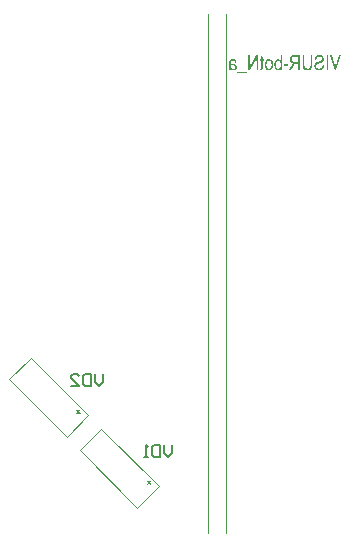
<source format=gbo>
G04*
G04 #@! TF.GenerationSoftware,Altium Limited,Altium Designer,20.1.8 (145)*
G04*
G04 Layer_Color=32896*
%FSTAX43Y43*%
%MOMM*%
G71*
G04*
G04 #@! TF.SameCoordinates,A8A15C78-E013-4D0F-9F8A-AB315E05CE4F*
G04*
G04*
G04 #@! TF.FilePolarity,Positive*
G04*
G01*
G75*
%ADD26C,0.100*%
%ADD27C,0.200*%
G36*
X01005Y009222D02*
X0100382D01*
Y0092335D01*
X0100367Y0092311D01*
X0100352Y0092291D01*
X0100337Y0092272D01*
X0100322Y0092259D01*
X0100311Y0092248D01*
X0100302Y0092239D01*
X0100295Y0092235D01*
X0100293Y0092233D01*
X0100272Y0092222D01*
X0100252Y0092215D01*
X0100232Y0092207D01*
X0100213Y0092204D01*
X0100198Y0092202D01*
X0100185Y00922D01*
X0100174D01*
X010015Y0092202D01*
X0100128Y0092206D01*
X0100106Y0092211D01*
X0100083Y009222D01*
X0100045Y0092241D01*
X0100011Y0092263D01*
X0099983Y0092287D01*
X0099972Y0092296D01*
X0099963Y0092306D01*
X0099956Y0092315D01*
X009995Y009232D01*
X0099948Y0092324D01*
X0099946Y0092326D01*
X009993Y009235D01*
X0099913Y0092378D01*
X00999Y0092406D01*
X0099889Y0092435D01*
X0099872Y0092494D01*
X0099861Y0092554D01*
X0099856Y009258D01*
X0099854Y0092605D01*
X0099852Y0092628D01*
X009985Y0092646D01*
X0099848Y0092663D01*
Y0092674D01*
Y0092683D01*
Y0092685D01*
X009985Y0092741D01*
X0099856Y0092791D01*
X0099863Y0092833D01*
X009987Y0092872D01*
X0099874Y0092889D01*
X0099878Y0092902D01*
X0099882Y0092915D01*
X0099885Y0092926D01*
X0099889Y0092933D01*
X0099891Y0092939D01*
X0099893Y0092942D01*
Y0092944D01*
X0099909Y0092981D01*
X0099928Y0093015D01*
X0099948Y0093042D01*
X0099967Y0093065D01*
X0099982Y0093081D01*
X0099996Y0093094D01*
X0100004Y0093102D01*
X0100007Y0093104D01*
X0100035Y0093122D01*
X0100063Y0093135D01*
X0100089Y0093144D01*
X0100115Y009315D01*
X0100135Y0093155D01*
X0100152Y0093157D01*
X0100167D01*
X0100189Y0093155D01*
X0100211Y0093152D01*
X0100232Y0093148D01*
X0100248Y0093142D01*
X0100261Y0093135D01*
X0100272Y0093131D01*
X010028Y0093128D01*
X0100282Y0093126D01*
X01003Y0093113D01*
X0100317Y0093098D01*
X0100333Y0093083D01*
X0100346Y0093068D01*
X0100357Y0093054D01*
X0100365Y0093042D01*
X010037Y0093035D01*
X0100372Y0093033D01*
Y0093485D01*
X01005D01*
Y009222D01*
D02*
G37*
G36*
X0096369Y0093154D02*
X0096415Y0093146D01*
X0096456Y0093135D01*
X0096489Y0093124D01*
X0096515Y0093111D01*
X0096534Y00931D01*
X0096539Y0093094D01*
X0096545Y0093092D01*
X0096547Y0093089D01*
X0096549D01*
X0096563Y0093076D01*
X0096576Y0093061D01*
X00966Y0093028D01*
X0096619Y0092992D01*
X0096632Y0092957D01*
X0096643Y0092926D01*
X0096647Y0092911D01*
X009665Y00929D01*
X0096652Y0092891D01*
X0096654Y0092881D01*
X0096656Y0092878D01*
Y0092876D01*
X009653Y0092854D01*
X0096521Y0092889D01*
X0096512Y0092918D01*
X00965Y0092942D01*
X0096491Y0092961D01*
X0096482Y0092976D01*
X0096475Y0092985D01*
X0096469Y0092991D01*
X0096467Y0092992D01*
X0096449Y0093005D01*
X0096428Y0093015D01*
X0096406Y009302D01*
X0096384Y0093026D01*
X0096363Y0093028D01*
X0096349Y009303D01*
X0096334D01*
X0096299Y0093028D01*
X0096269Y009302D01*
X0096245Y0093013D01*
X0096225Y0093002D01*
X009621Y0092992D01*
X0096199Y0092983D01*
X0096191Y0092976D01*
X0096189Y0092974D01*
X0096178Y0092957D01*
X0096169Y0092937D01*
X0096163Y0092915D01*
X0096158Y0092893D01*
X0096156Y0092872D01*
X0096154Y0092855D01*
Y0092844D01*
Y0092842D01*
Y0092841D01*
X0096156Y0092802D01*
X0096171Y0092796D01*
X0096186Y0092791D01*
X0096223Y009278D01*
X009626Y009277D01*
X0096297Y0092761D01*
X009633Y0092755D01*
X0096345Y0092752D01*
X0096358Y009275D01*
X0096369Y0092748D01*
X0096376D01*
X0096382Y0092746D01*
X0096384D01*
X0096425Y0092739D01*
X009646Y0092731D01*
X0096489Y0092722D01*
X0096515Y0092715D01*
X0096534Y0092707D01*
X0096547Y00927D01*
X0096556Y0092696D01*
X0096558Y0092694D01*
X0096578Y0092681D01*
X0096595Y0092665D01*
X009661Y009265D01*
X0096623Y0092635D01*
X0096634Y009262D01*
X0096641Y0092609D01*
X0096645Y0092602D01*
X0096647Y00926D01*
X0096658Y0092576D01*
X0096665Y0092552D01*
X0096671Y0092528D01*
X0096675Y0092507D01*
X0096676Y0092487D01*
X0096678Y0092472D01*
Y0092463D01*
Y0092461D01*
Y0092459D01*
X0096675Y0092417D01*
X0096667Y009238D01*
X0096656Y0092348D01*
X0096643Y009232D01*
X0096632Y0092298D01*
X0096621Y0092283D01*
X0096613Y0092274D01*
X009661Y009227D01*
X0096582Y0092246D01*
X009655Y009223D01*
X0096519Y0092217D01*
X0096489Y0092209D01*
X0096463Y0092204D01*
X0096441Y0092202D01*
X0096434Y00922D01*
X0096423D01*
X0096395Y0092202D01*
X0096369Y0092206D01*
X0096345Y0092211D01*
X0096323Y0092217D01*
X0096306Y0092222D01*
X0096291Y0092228D01*
X0096284Y0092231D01*
X009628Y0092233D01*
X0096254Y0092248D01*
X009623Y0092263D01*
X0096206Y009228D01*
X0096186Y0092296D01*
X0096169Y0092311D01*
X0096156Y0092322D01*
X0096149Y009233D01*
X0096145Y0092333D01*
X0096143Y0092309D01*
X0096139Y0092287D01*
X0096134Y0092268D01*
X009613Y0092252D01*
X0096126Y0092239D01*
X0096123Y009223D01*
X0096119Y0092222D01*
Y009222D01*
X0095986D01*
X0096002Y0092259D01*
X0096008Y0092278D01*
X0096012Y0092294D01*
X0096015Y0092307D01*
X0096017Y0092318D01*
X0096019Y0092326D01*
Y0092328D01*
X0096021Y0092341D01*
Y0092356D01*
X0096023Y0092374D01*
Y0092394D01*
X0096025Y0092441D01*
Y0092487D01*
X0096026Y0092531D01*
Y0092552D01*
Y0092568D01*
Y0092583D01*
Y0092594D01*
Y0092602D01*
Y0092604D01*
Y0092811D01*
Y0092855D01*
X009603Y0092894D01*
X0096032Y0092928D01*
X0096036Y0092954D01*
X0096039Y0092974D01*
X0096041Y0092991D01*
X0096045Y0092998D01*
Y0093002D01*
X0096054Y0093026D01*
X0096065Y0093048D01*
X009608Y0093067D01*
X0096095Y0093083D01*
X0096108Y0093096D01*
X0096119Y0093105D01*
X0096126Y0093111D01*
X009613Y0093113D01*
X0096158Y0093128D01*
X0096188Y0093139D01*
X0096217Y0093146D01*
X0096247Y0093152D01*
X0096275Y0093155D01*
X0096295Y0093157D01*
X0096315D01*
X0096369Y0093154D01*
D02*
G37*
G36*
X010103Y00926D02*
X0100639D01*
Y0092755D01*
X010103D01*
Y00926D01*
D02*
G37*
G36*
X0098472Y009222D02*
X0098341D01*
Y0093215D01*
X0097798Y009222D01*
X0097656D01*
Y0093485D01*
X0097787D01*
Y0092487D01*
X0098334Y0093485D01*
X0098472D01*
Y009222D01*
D02*
G37*
G36*
X0105098D02*
X0104955D01*
X010455Y0093485D01*
X0104688D01*
X010497Y0092565D01*
X0104981Y0092526D01*
X0104992Y0092489D01*
X0105001Y0092456D01*
X0105009Y0092424D01*
X0105016Y0092398D01*
X0105022Y0092378D01*
X0105024Y009237D01*
Y0092365D01*
X0105025Y0092361D01*
Y0092359D01*
X0105035Y0092396D01*
X0105044Y0092433D01*
X0105053Y0092468D01*
X0105061Y00925D01*
X0105068Y0092526D01*
X0105074Y0092546D01*
X0105075Y0092554D01*
X0105077Y0092559D01*
X0105079Y0092563D01*
Y0092565D01*
X010535Y0093485D01*
X01055D01*
X0105098Y009222D01*
D02*
G37*
G36*
X0103057Y0092754D02*
X0103055Y0092698D01*
X0103053Y0092646D01*
X0103048Y00926D01*
X0103042Y0092555D01*
X0103033Y0092517D01*
X0103026Y0092481D01*
X0103016Y009245D01*
X0103007Y0092422D01*
X0102998Y0092398D01*
X0102989Y0092378D01*
X0102979Y0092359D01*
X0102972Y0092346D01*
X0102966Y0092335D01*
X0102961Y0092328D01*
X0102959Y0092324D01*
X0102957Y0092322D01*
X0102937Y00923D01*
X0102915Y0092281D01*
X0102891Y0092265D01*
X0102866Y0092252D01*
X0102841Y0092239D01*
X0102815Y009223D01*
X0102765Y0092215D01*
X0102742Y0092211D01*
X010272Y0092207D01*
X01027Y0092204D01*
X0102683Y0092202D01*
X010267Y00922D01*
X010265D01*
X0102598Y0092204D01*
X0102552Y0092211D01*
X0102511Y009222D01*
X0102476Y0092233D01*
X0102448Y0092246D01*
X0102437Y0092252D01*
X0102428Y0092256D01*
X010242Y0092261D01*
X0102415Y0092263D01*
X0102413Y0092267D01*
X0102411D01*
X0102378Y0092294D01*
X0102352Y0092324D01*
X0102328Y0092356D01*
X0102311Y0092385D01*
X0102298Y0092411D01*
X0102289Y0092433D01*
X0102285Y0092441D01*
X0102283Y0092446D01*
X0102281Y009245D01*
Y0092452D01*
X0102268Y0092498D01*
X0102259Y009255D01*
X0102254Y00926D01*
X0102248Y0092648D01*
Y0092668D01*
X0102246Y0092689D01*
Y0092707D01*
X0102244Y0092724D01*
Y0092735D01*
Y0092746D01*
Y0092752D01*
Y0092754D01*
Y0093485D01*
X0102381D01*
Y0092755D01*
Y0092713D01*
X0102385Y0092674D01*
X0102387Y0092637D01*
X0102392Y0092604D01*
X0102396Y0092576D01*
X0102402Y0092548D01*
X0102409Y0092526D01*
X0102415Y0092506D01*
X010242Y0092487D01*
X0102428Y0092472D01*
X0102433Y0092459D01*
X0102437Y009245D01*
X0102442Y0092443D01*
X0102444Y0092437D01*
X0102448Y0092435D01*
Y0092433D01*
X0102461Y0092418D01*
X0102476Y0092407D01*
X0102509Y0092387D01*
X0102544Y0092372D01*
X0102578Y0092363D01*
X0102609Y0092356D01*
X0102624Y0092354D01*
X0102635D01*
X0102646Y0092352D01*
X0102659D01*
X0102691Y0092354D01*
X0102718Y0092357D01*
X0102744Y0092365D01*
X0102766Y0092372D01*
X0102783Y0092378D01*
X0102796Y0092385D01*
X0102803Y0092389D01*
X0102807Y0092391D01*
X0102828Y0092407D01*
X0102846Y0092426D01*
X0102861Y0092446D01*
X0102874Y0092465D01*
X0102883Y0092481D01*
X0102889Y0092494D01*
X0102892Y0092504D01*
X0102894Y0092507D01*
X0102898Y0092522D01*
X0102903Y0092541D01*
X0102909Y009258D01*
X0102915Y009262D01*
X0102916Y0092661D01*
X0102918Y0092698D01*
X010292Y0092713D01*
Y0092728D01*
Y0092739D01*
Y0092748D01*
Y0092754D01*
Y0092755D01*
Y0093485D01*
X0103057D01*
Y0092754D01*
D02*
G37*
G36*
X0098861Y0093365D02*
Y0093137D01*
X0098954D01*
Y0093017D01*
X0098861D01*
Y0092487D01*
Y0092463D01*
Y0092441D01*
X0098859Y0092418D01*
Y00924D01*
X0098858Y0092383D01*
X0098856Y0092368D01*
X0098854Y0092344D01*
X009885Y0092326D01*
X0098848Y0092313D01*
X0098846Y0092306D01*
Y0092304D01*
X0098839Y0092289D01*
X0098832Y0092274D01*
X0098822Y0092261D01*
X0098813Y0092252D01*
X0098806Y0092244D01*
X0098798Y0092239D01*
X0098795Y0092235D01*
X0098793Y0092233D01*
X0098776Y0092224D01*
X0098759Y0092218D01*
X0098741Y0092213D01*
X0098724Y0092211D01*
X0098709Y0092209D01*
X0098697Y0092207D01*
X0098685D01*
X0098654Y0092209D01*
X0098637Y0092211D01*
X0098622Y0092215D01*
X0098609Y0092217D01*
X00986Y0092218D01*
X0098593Y009222D01*
X0098591D01*
X0098608Y0092357D01*
X0098632Y0092354D01*
X009865Y0092352D01*
X0098665D01*
X009868Y0092354D01*
X0098693Y0092357D01*
X0098704Y0092361D01*
X0098711Y0092367D01*
X0098717Y0092372D01*
X0098721Y0092378D01*
X0098724Y009238D01*
Y0092381D01*
X0098728Y0092393D01*
X009873Y0092406D01*
X0098734Y0092422D01*
Y0092439D01*
X0098735Y0092454D01*
Y0092467D01*
Y0092474D01*
Y0092478D01*
Y0093017D01*
X0098608D01*
Y0093137D01*
X0098735D01*
Y0093457D01*
X0098861Y0093365D01*
D02*
G37*
G36*
X01044Y009222D02*
X0104263D01*
Y0093485D01*
X01044D01*
Y009222D01*
D02*
G37*
G36*
X0102011D02*
X0101874D01*
Y0092781D01*
X0101692D01*
X010167Y0092778D01*
X0101652Y0092776D01*
X0101637Y0092772D01*
X0101626Y0092768D01*
X0101617Y0092765D01*
X0101611Y0092763D01*
X0101609Y0092761D01*
X0101594Y0092752D01*
X010158Y0092743D01*
X0101555Y0092718D01*
X0101544Y0092707D01*
X0101537Y0092698D01*
X0101531Y0092691D01*
X010153Y0092689D01*
X0101522Y0092678D01*
X0101513Y0092665D01*
X0101494Y0092635D01*
X0101474Y00926D01*
X0101454Y0092567D01*
X0101437Y0092533D01*
X010143Y0092518D01*
X0101422Y0092507D01*
X0101417Y0092496D01*
X0101413Y0092489D01*
X0101409Y0092483D01*
Y0092481D01*
X010127Y009222D01*
X0101096D01*
X0101278Y0092563D01*
X0101296Y0092596D01*
X0101315Y0092626D01*
X0101333Y0092654D01*
X010135Y0092678D01*
X0101365Y0092696D01*
X0101376Y0092711D01*
X0101383Y009272D01*
X0101387Y0092724D01*
X01014Y0092737D01*
X0101413Y009275D01*
X0101441Y0092772D01*
X0101454Y0092781D01*
X0101463Y0092789D01*
X010147Y0092793D01*
X0101472Y0092794D01*
X0101422Y0092805D01*
X010138Y0092822D01*
X0101343Y0092841D01*
X0101311Y0092859D01*
X0101289Y0092878D01*
X010127Y0092893D01*
X0101261Y0092904D01*
X0101257Y0092905D01*
Y0092907D01*
X0101231Y0092942D01*
X0101213Y0092981D01*
X01012Y009302D01*
X0101191Y0093057D01*
X0101185Y0093089D01*
X0101183Y0093104D01*
Y0093115D01*
X0101181Y0093126D01*
Y0093133D01*
Y0093137D01*
Y0093139D01*
X0101183Y0093178D01*
X0101189Y0093215D01*
X0101196Y0093248D01*
X0101204Y0093276D01*
X0101211Y0093298D01*
X0101218Y0093315D01*
X0101224Y0093326D01*
X0101226Y0093329D01*
X0101243Y0093359D01*
X0101263Y0093383D01*
X0101281Y0093404D01*
X0101298Y009342D01*
X0101315Y0093433D01*
X0101328Y0093441D01*
X0101335Y0093446D01*
X0101339Y0093448D01*
X0101368Y0093461D01*
X0101402Y009347D01*
X0101437Y0093476D01*
X010147Y0093481D01*
X0101502Y0093483D01*
X0101517D01*
X0101528Y0093485D01*
X0102011D01*
Y009222D01*
D02*
G37*
G36*
X0103696Y0093505D02*
X0103724Y0093504D01*
X0103777Y0093492D01*
X0103802Y0093485D01*
X0103824Y0093476D01*
X0103844Y0093467D01*
X0103863Y0093459D01*
X0103877Y009345D01*
X0103892Y0093441D01*
X0103905Y0093431D01*
X0103914Y0093424D01*
X0103922Y0093418D01*
X0103927Y0093413D01*
X0103931Y0093411D01*
X0103933Y0093409D01*
X010395Y0093391D01*
X0103964Y009337D01*
X0103979Y009335D01*
X010399Y0093329D01*
X0104007Y0093287D01*
X0104018Y0093248D01*
X0104026Y0093213D01*
X0104027Y0093198D01*
X0104029Y0093185D01*
X0104031Y0093174D01*
Y0093167D01*
Y0093161D01*
Y0093159D01*
X0104029Y0093128D01*
X0104026Y0093098D01*
X010402Y0093072D01*
X0104014Y0093048D01*
X0104009Y009303D01*
X0104003Y0093017D01*
X0104Y0093007D01*
X0103998Y0093004D01*
X0103983Y009298D01*
X0103968Y0092957D01*
X0103952Y0092939D01*
X0103937Y0092924D01*
X0103922Y0092911D01*
X0103911Y00929D01*
X0103903Y0092894D01*
X0103902Y0092893D01*
X0103889Y0092885D01*
X0103874Y0092876D01*
X0103842Y0092861D01*
X0103807Y0092846D01*
X0103774Y0092833D01*
X0103742Y0092822D01*
X0103727Y0092817D01*
X0103716Y0092813D01*
X0103705Y0092809D01*
X0103698Y0092807D01*
X0103694Y0092805D01*
X0103692D01*
X0103663Y0092796D01*
X0103635Y0092789D01*
X0103611Y0092781D01*
X0103589Y0092774D01*
X010357Y0092767D01*
X0103552Y0092761D01*
X0103537Y0092755D01*
X0103524Y009275D01*
X0103511Y0092744D01*
X0103502Y0092741D01*
X0103489Y0092735D01*
X0103479Y0092731D01*
X0103478Y009273D01*
X0103459Y0092718D01*
X0103444Y0092707D01*
X0103431Y0092696D01*
X0103422Y0092685D01*
X0103415Y0092676D01*
X0103407Y0092668D01*
X0103405Y0092663D01*
X0103403Y0092661D01*
X0103394Y0092644D01*
X0103389Y009263D01*
X0103383Y0092613D01*
X0103381Y0092598D01*
X0103379Y0092585D01*
X0103378Y0092574D01*
Y0092567D01*
Y0092565D01*
X0103381Y0092531D01*
X0103389Y0092502D01*
X01034Y0092474D01*
X0103411Y0092452D01*
X0103424Y0092435D01*
X0103435Y0092422D01*
X0103442Y0092415D01*
X0103446Y0092411D01*
X0103474Y0092391D01*
X0103505Y0092378D01*
X0103537Y0092367D01*
X0103566Y0092359D01*
X0103594Y0092356D01*
X0103616Y0092354D01*
X0103626Y0092352D01*
X0103637D01*
X0103668Y0092354D01*
X0103696Y0092357D01*
X0103722Y0092363D01*
X0103746Y009237D01*
X0103765Y0092376D01*
X0103777Y0092381D01*
X0103787Y0092385D01*
X010379Y0092387D01*
X0103815Y0092402D01*
X0103835Y0092417D01*
X0103853Y0092431D01*
X0103868Y0092446D01*
X0103881Y0092459D01*
X0103889Y009247D01*
X0103894Y0092478D01*
X0103896Y009248D01*
X0103909Y0092504D01*
X0103918Y009253D01*
X0103927Y0092555D01*
X0103933Y0092583D01*
X0103937Y0092605D01*
X010394Y0092626D01*
Y0092633D01*
X0103942Y0092639D01*
Y0092641D01*
Y0092643D01*
X010407Y009263D01*
X0104068Y0092593D01*
X0104064Y0092559D01*
X0104057Y0092528D01*
X010405Y0092496D01*
X010404Y0092468D01*
X0104031Y0092443D01*
X0104022Y0092418D01*
X0104011Y0092398D01*
X0104Y009238D01*
X0103989Y0092363D01*
X0103979Y0092348D01*
X0103972Y0092337D01*
X0103964Y0092328D01*
X0103959Y009232D01*
X0103955Y0092317D01*
X0103953Y0092315D01*
X0103931Y0092294D01*
X0103907Y0092278D01*
X0103883Y0092261D01*
X0103857Y0092248D01*
X0103831Y0092237D01*
X0103805Y0092228D01*
X0103757Y0092215D01*
X0103733Y0092209D01*
X0103713Y0092206D01*
X0103694Y0092204D01*
X0103677Y0092202D01*
X0103665Y00922D01*
X0103646D01*
X0103602Y0092202D01*
X0103561Y0092207D01*
X0103524Y0092215D01*
X0103494Y0092224D01*
X0103468Y0092231D01*
X010345Y0092239D01*
X0103444Y0092243D01*
X0103439Y0092244D01*
X0103437Y0092246D01*
X0103435D01*
X0103403Y0092265D01*
X0103376Y0092287D01*
X0103352Y0092309D01*
X0103331Y0092331D01*
X0103316Y0092352D01*
X0103305Y0092367D01*
X0103298Y0092378D01*
X0103296Y009238D01*
Y0092381D01*
X0103279Y0092415D01*
X0103266Y009245D01*
X0103257Y0092483D01*
X010325Y0092515D01*
X0103246Y0092541D01*
X0103244Y0092561D01*
Y0092568D01*
Y0092574D01*
Y0092578D01*
Y009258D01*
X0103246Y0092618D01*
X0103252Y0092655D01*
X0103261Y0092687D01*
X0103268Y0092715D01*
X0103278Y0092737D01*
X0103287Y0092754D01*
X0103292Y0092763D01*
X0103294Y0092767D01*
X0103315Y0092794D01*
X0103337Y009282D01*
X0103361Y0092842D01*
X0103383Y0092861D01*
X0103403Y0092876D01*
X0103422Y0092885D01*
X0103433Y0092893D01*
X0103435Y0092894D01*
X0103437D01*
X010345Y00929D01*
X0103465Y0092907D01*
X0103498Y0092918D01*
X0103533Y0092931D01*
X0103568Y0092942D01*
X0103602Y0092954D01*
X0103616Y0092957D01*
X0103627Y0092961D01*
X0103639Y0092965D01*
X0103646Y0092967D01*
X0103652Y0092968D01*
X0103653D01*
X0103681Y0092976D01*
X0103707Y0092985D01*
X0103731Y0092992D01*
X0103752Y0093D01*
X010377Y0093007D01*
X0103787Y0093015D01*
X0103802Y009302D01*
X0103813Y0093028D01*
X0103833Y0093039D01*
X0103846Y0093046D01*
X0103853Y0093052D01*
X0103855Y0093054D01*
X010387Y009307D01*
X0103881Y0093091D01*
X0103889Y0093109D01*
X0103894Y009313D01*
X0103898Y0093146D01*
X01039Y0093159D01*
Y0093168D01*
Y0093172D01*
X0103898Y0093202D01*
X010389Y0093228D01*
X0103881Y009325D01*
X0103868Y009327D01*
X0103857Y0093285D01*
X0103848Y0093296D01*
X010384Y0093304D01*
X0103839Y0093305D01*
X0103813Y0093324D01*
X0103785Y0093337D01*
X0103755Y0093346D01*
X0103727Y0093352D01*
X0103702Y0093357D01*
X0103679Y0093359D01*
X0103661D01*
X010362Y0093357D01*
X0103585Y009335D01*
X0103553Y0093341D01*
X0103529Y0093329D01*
X0103509Y0093317D01*
X0103494Y0093307D01*
X0103487Y00933D01*
X0103483Y0093298D01*
X0103461Y0093274D01*
X0103444Y0093244D01*
X0103431Y0093215D01*
X010342Y0093185D01*
X0103415Y0093159D01*
X0103409Y0093137D01*
Y0093128D01*
X0103407Y0093122D01*
Y0093118D01*
Y0093117D01*
X0103276Y009313D01*
X0103279Y009317D01*
X0103285Y0093209D01*
X0103294Y0093242D01*
X0103303Y0093272D01*
X0103313Y0093296D01*
X010332Y0093315D01*
X0103326Y0093326D01*
X0103328Y0093328D01*
Y0093329D01*
X0103348Y0093359D01*
X0103368Y0093387D01*
X010339Y0093409D01*
X0103413Y0093428D01*
X0103433Y0093442D01*
X0103448Y0093452D01*
X0103459Y0093459D01*
X0103461Y0093461D01*
X0103463D01*
X0103496Y0093476D01*
X0103531Y0093487D01*
X0103565Y0093496D01*
X0103596Y0093502D01*
X0103624Y0093505D01*
X0103635D01*
X0103646Y0093507D01*
X0103665D01*
X0103696Y0093505D01*
D02*
G37*
G36*
X0099419Y0093155D02*
X0099446Y0093152D01*
X0099471Y0093146D01*
X0099495Y0093139D01*
X0099539Y0093118D01*
X0099576Y0093096D01*
X0099591Y0093085D01*
X0099606Y0093074D01*
X0099617Y0093063D01*
X0099626Y0093054D01*
X0099633Y0093046D01*
X0099639Y0093041D01*
X0099643Y0093037D01*
X0099645Y0093035D01*
X0099661Y0093011D01*
X0099676Y0092985D01*
X0099691Y0092957D01*
X0099702Y0092928D01*
X0099719Y0092868D01*
X009973Y0092811D01*
X0099735Y0092785D01*
X0099737Y0092759D01*
X0099739Y0092737D01*
X0099741Y0092717D01*
X0099743Y00927D01*
Y0092689D01*
Y009268D01*
Y0092678D01*
X0099741Y0092635D01*
X0099739Y0092594D01*
X0099733Y0092557D01*
X0099728Y0092522D01*
X0099719Y0092491D01*
X0099711Y0092461D01*
X0099702Y0092433D01*
X0099693Y0092411D01*
X0099683Y0092389D01*
X0099674Y009237D01*
X0099665Y0092356D01*
X0099658Y0092343D01*
X0099652Y0092333D01*
X0099646Y0092326D01*
X0099645Y0092322D01*
X0099643Y009232D01*
X0099624Y00923D01*
X0099604Y0092281D01*
X0099582Y0092265D01*
X0099561Y009225D01*
X0099539Y0092239D01*
X0099519Y009223D01*
X009948Y0092215D01*
X0099445Y0092206D01*
X009943Y0092204D01*
X0099417Y0092202D01*
X0099406Y00922D01*
X0099391D01*
X0099363Y0092202D01*
X0099337Y0092206D01*
X0099311Y0092211D01*
X0099287Y0092218D01*
X0099245Y0092239D01*
X0099208Y0092261D01*
X0099193Y0092272D01*
X0099178Y0092281D01*
X0099167Y0092293D01*
X0099158Y0092302D01*
X0099148Y0092309D01*
X0099143Y0092315D01*
X0099141Y0092318D01*
X0099139Y009232D01*
X0099121Y0092344D01*
X0099106Y009237D01*
X0099093Y0092398D01*
X0099082Y0092428D01*
X0099063Y0092489D01*
X0099052Y0092548D01*
X0099046Y0092576D01*
X0099045Y0092604D01*
X0099043Y0092626D01*
X0099041Y0092646D01*
X0099039Y0092663D01*
Y0092676D01*
Y0092685D01*
Y0092687D01*
X0099041Y0092728D01*
X0099043Y0092767D01*
X0099048Y0092804D01*
X0099056Y0092837D01*
X0099063Y0092868D01*
X0099071Y0092898D01*
X009908Y0092924D01*
X0099089Y0092946D01*
X00991Y0092967D01*
X0099109Y0092985D01*
X0099117Y0093D01*
X0099124Y0093013D01*
X0099132Y0093022D01*
X0099137Y009303D01*
X0099139Y0093033D01*
X0099141Y0093035D01*
X0099159Y0093057D01*
X009918Y0093076D01*
X00992Y0093092D01*
X0099222Y0093105D01*
X0099243Y0093118D01*
X0099263Y0093128D01*
X0099304Y0093142D01*
X0099337Y0093152D01*
X0099354Y0093154D01*
X0099365Y0093155D01*
X0099376Y0093157D01*
X0099391D01*
X0099419Y0093155D01*
D02*
G37*
G36*
X0097545Y0092D02*
X0096721D01*
Y0092089D01*
X0097545D01*
Y0092D01*
D02*
G37*
G36*
X0083238Y0063388D02*
X0083355Y0063505D01*
X0083434Y0063426D01*
X0083317Y0063308D01*
X0083435Y006319D01*
X0083354Y0063109D01*
X0083236Y0063227D01*
X0083119Y006311D01*
X008304Y0063189D01*
X0083157Y0063307D01*
X0083038Y0063426D01*
X0083119Y0063507D01*
X0083238Y0063388D01*
D02*
G37*
G36*
X0089238Y0057388D02*
X0089355Y0057505D01*
X0089434Y0057426D01*
X0089317Y0057308D01*
X0089435Y005719D01*
X0089354Y0057109D01*
X0089236Y0057227D01*
X0089119Y005711D01*
X008904Y0057189D01*
X0089157Y0057307D01*
X0089038Y0057426D01*
X0089119Y0057507D01*
X0089238Y0057388D01*
D02*
G37*
%LPC*%
G36*
X0100185Y009303D02*
X0100167D01*
X010015Y0093026D01*
X0100122Y0093017D01*
X0100098Y0093002D01*
X0100078Y0092987D01*
X0100061Y0092972D01*
X0100048Y0092957D01*
X0100039Y0092948D01*
X0100037Y0092946D01*
Y0092944D01*
X0100026Y0092928D01*
X0100017Y0092909D01*
X0100002Y0092867D01*
X0099993Y0092824D01*
X0099985Y009278D01*
X0099982Y0092741D01*
X009998Y0092724D01*
X0099978Y0092709D01*
Y0092696D01*
Y0092687D01*
Y0092681D01*
Y009268D01*
Y0092648D01*
X009998Y0092618D01*
X0099983Y0092591D01*
X0099987Y0092565D01*
X0099993Y0092541D01*
X0099996Y0092518D01*
X0100002Y0092498D01*
X0100007Y0092481D01*
X0100015Y0092467D01*
X010002Y0092452D01*
X0100024Y0092441D01*
X010003Y0092431D01*
X0100033Y0092424D01*
X0100037Y0092418D01*
X0100039Y0092417D01*
Y0092415D01*
X010005Y00924D01*
X0100063Y0092387D01*
X0100087Y0092365D01*
X0100111Y009235D01*
X0100132Y0092339D01*
X0100152Y0092333D01*
X0100167Y009233D01*
X0100176Y0092328D01*
X010018D01*
X01002Y009233D01*
X010022Y0092333D01*
X0100239Y0092339D01*
X0100254Y0092346D01*
X0100267Y0092354D01*
X0100276Y0092359D01*
X0100283Y0092363D01*
X0100285Y0092365D01*
X0100302Y009238D01*
X0100317Y0092398D01*
X0100328Y0092415D01*
X0100339Y0092433D01*
X0100346Y0092448D01*
X0100352Y0092461D01*
X0100356Y0092468D01*
X0100357Y0092472D01*
X0100367Y0092502D01*
X0100372Y0092535D01*
X0100378Y009257D01*
X010038Y0092605D01*
X0100382Y0092637D01*
X0100383Y009265D01*
Y0092661D01*
Y0092672D01*
Y009268D01*
Y0092683D01*
Y0092685D01*
Y0092715D01*
X0100382Y0092744D01*
X0100378Y009277D01*
X0100374Y0092796D01*
X0100369Y0092818D01*
X0100365Y0092839D01*
X0100359Y0092859D01*
X0100352Y0092876D01*
X0100346Y0092891D01*
X0100341Y0092904D01*
X0100337Y0092915D01*
X0100332Y0092924D01*
X0100328Y0092931D01*
X0100324Y0092937D01*
X0100322Y0092939D01*
Y0092941D01*
X0100311Y0092955D01*
X0100298Y009297D01*
X0100274Y0092992D01*
X010025Y0093007D01*
X010023Y0093018D01*
X0100209Y0093026D01*
X0100195Y0093028D01*
X0100185Y009303D01*
D02*
G37*
G36*
X0096156Y009268D02*
Y0092622D01*
X0096158Y0092583D01*
X009616Y0092548D01*
X0096165Y0092518D01*
X0096169Y0092494D01*
X0096175Y0092474D01*
X009618Y0092461D01*
X0096182Y0092454D01*
X0096184Y009245D01*
X0096195Y009243D01*
X0096208Y0092411D01*
X0096223Y0092396D01*
X0096236Y0092381D01*
X0096249Y0092372D01*
X0096258Y0092363D01*
X0096265Y0092359D01*
X0096267Y0092357D01*
X0096288Y0092346D01*
X009631Y0092337D01*
X009633Y0092331D01*
X009635Y0092326D01*
X0096367Y0092324D01*
X009638Y0092322D01*
X0096391D01*
X0096417Y0092324D01*
X0096439Y0092328D01*
X0096458Y0092335D01*
X0096475Y0092343D01*
X0096487Y0092348D01*
X0096497Y0092356D01*
X0096502Y0092359D01*
X0096504Y0092361D01*
X0096517Y0092376D01*
X0096526Y0092394D01*
X0096534Y0092411D01*
X0096537Y0092428D01*
X0096541Y0092443D01*
X0096543Y0092454D01*
Y0092461D01*
Y0092465D01*
X0096541Y0092493D01*
X0096537Y0092506D01*
X0096534Y0092517D01*
X0096532Y0092524D01*
X0096528Y0092531D01*
X0096526Y0092535D01*
Y0092537D01*
X0096512Y0092559D01*
X0096495Y0092574D01*
X0096487Y009258D01*
X0096482Y0092583D01*
X0096478Y0092587D01*
X0096476D01*
X0096462Y0092594D01*
X0096445Y00926D01*
X0096408Y0092611D01*
X0096391Y0092615D01*
X0096376Y0092618D01*
X0096367Y009262D01*
X0096363D01*
X0096315Y009263D01*
X0096273Y0092641D01*
X0096238Y009265D01*
X0096208Y0092659D01*
X0096186Y0092667D01*
X0096169Y0092674D01*
X009616Y0092678D01*
X0096156Y009268D01*
D02*
G37*
G36*
X0101874Y0093346D02*
X0101546D01*
X0101507Y0093344D01*
X0101474Y0093337D01*
X0101444Y0093329D01*
X010142Y0093318D01*
X0101404Y0093309D01*
X0101391Y00933D01*
X0101381Y0093292D01*
X010138Y0093291D01*
X0101361Y0093268D01*
X0101346Y0093244D01*
X0101337Y0093218D01*
X010133Y0093194D01*
X0101326Y0093172D01*
X0101322Y0093155D01*
Y0093148D01*
Y0093142D01*
Y0093141D01*
Y0093139D01*
X0101324Y0093115D01*
X0101326Y0093092D01*
X0101331Y0093072D01*
X0101337Y0093055D01*
X0101343Y0093041D01*
X0101346Y0093031D01*
X010135Y0093024D01*
X0101352Y0093022D01*
X0101363Y0093005D01*
X0101376Y0092989D01*
X0101391Y0092978D01*
X0101402Y0092967D01*
X0101415Y0092959D01*
X0101422Y0092952D01*
X010143Y009295D01*
X0101431Y0092948D01*
X0101452Y0092941D01*
X0101476Y0092935D01*
X01015Y0092931D01*
X0101524Y009293D01*
X0101546Y0092928D01*
X0101563Y0092926D01*
X0101874D01*
Y0093346D01*
D02*
G37*
G36*
X0099398Y009303D02*
X0099378D01*
X0099361Y0093026D01*
X009933Y0093017D01*
X0099302Y0093002D01*
X009928Y0092987D01*
X0099261Y009297D01*
X0099246Y0092955D01*
X0099239Y0092946D01*
X0099235Y0092944D01*
Y0092942D01*
X0099224Y0092926D01*
X0099213Y0092905D01*
X0099196Y0092865D01*
X0099185Y009282D01*
X0099176Y0092778D01*
X0099172Y0092739D01*
X0099171Y0092722D01*
Y0092707D01*
X0099169Y0092694D01*
Y0092685D01*
Y009268D01*
Y0092678D01*
Y0092646D01*
X0099171Y0092617D01*
X0099174Y0092589D01*
X0099178Y0092563D01*
X0099184Y0092539D01*
X0099189Y0092517D01*
X0099195Y0092498D01*
X00992Y009248D01*
X0099208Y0092465D01*
X0099213Y0092452D01*
X0099219Y0092441D01*
X0099222Y0092431D01*
X0099228Y0092424D01*
X009923Y0092418D01*
X0099233Y0092417D01*
Y0092415D01*
X0099246Y00924D01*
X0099259Y0092387D01*
X0099285Y0092365D01*
X0099311Y009235D01*
X0099335Y0092339D01*
X0099358Y0092333D01*
X0099374Y009233D01*
X0099385Y0092328D01*
X0099389D01*
X0099406Y009233D01*
X0099422Y0092331D01*
X0099454Y0092341D01*
X0099482Y0092356D01*
X0099504Y009237D01*
X0099522Y0092385D01*
X0099537Y00924D01*
X0099545Y0092409D01*
X0099548Y0092413D01*
X0099559Y009243D01*
X0099571Y009245D01*
X0099585Y0092491D01*
X0099596Y0092535D01*
X0099606Y0092578D01*
X0099609Y0092617D01*
X0099611Y0092633D01*
Y0092648D01*
X0099613Y0092661D01*
Y009267D01*
Y0092676D01*
Y0092678D01*
Y0092709D01*
X0099611Y0092739D01*
X0099608Y0092767D01*
X0099604Y0092793D01*
X0099598Y0092817D01*
X0099593Y0092839D01*
X0099587Y0092857D01*
X0099582Y0092876D01*
X0099576Y0092891D01*
X0099571Y0092904D01*
X0099565Y0092915D01*
X0099559Y0092924D01*
X0099556Y0092931D01*
X0099552Y0092937D01*
X009955Y0092939D01*
Y0092941D01*
X0099537Y0092955D01*
X0099524Y009297D01*
X0099498Y0092992D01*
X0099472Y0093007D01*
X0099448Y0093018D01*
X0099426Y0093026D01*
X0099409Y0093028D01*
X0099398Y009303D01*
D02*
G37*
%LPD*%
D26*
X0082253Y0061159D02*
X0084091Y0062997D01*
X0077374Y0066038D02*
X0082253Y0061159D01*
X0077374Y0066038D02*
X0079212Y0067876D01*
X0084091Y0062997D01*
X0088253Y0055159D02*
X0090091Y0056997D01*
X0083374Y0060038D02*
X0088253Y0055159D01*
X0083374Y0060038D02*
X0085212Y0061876D01*
X0090091Y0056997D01*
X009425Y0053D02*
Y0097D01*
X009575Y0053D02*
Y0097D01*
D27*
X0085333Y00665D02*
Y0065833D01*
X0085Y00655D01*
X0084666Y0065833D01*
Y00665D01*
X0084333D02*
Y00655D01*
X0083833D01*
X0083667Y0065667D01*
Y0066333D01*
X0083833Y00665D01*
X0084333D01*
X0082667Y00655D02*
X0083334D01*
X0082667Y0066167D01*
Y0066333D01*
X0082834Y00665D01*
X0083167D01*
X0083334Y0066333D01*
X0091166Y00605D02*
Y0059833D01*
X0090833Y00595D01*
X00905Y0059833D01*
Y00605D01*
X0090167D02*
Y00595D01*
X0089667D01*
X00895Y0059667D01*
Y0060333D01*
X0089667Y00605D01*
X0090167D01*
X0089167Y00595D02*
X0088834D01*
X0089D01*
Y00605D01*
X0089167Y0060333D01*
M02*

</source>
